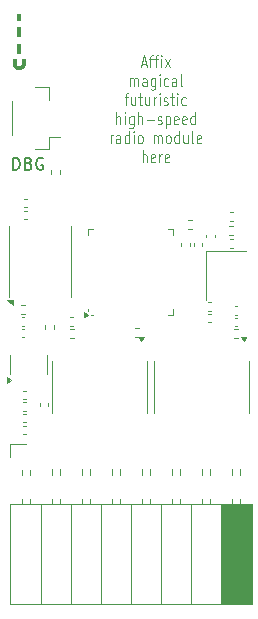
<source format=gbr>
%TF.GenerationSoftware,KiCad,Pcbnew,9.0.2+1*%
%TF.CreationDate,2025-07-26T18:39:14+01:00*%
%TF.ProjectId,ORGNET,4f52474e-4554-42e6-9b69-6361645f7063,1*%
%TF.SameCoordinates,Original*%
%TF.FileFunction,Legend,Top*%
%TF.FilePolarity,Positive*%
%FSLAX46Y46*%
G04 Gerber Fmt 4.6, Leading zero omitted, Abs format (unit mm)*
G04 Created by KiCad (PCBNEW 9.0.2+1) date 2025-07-26 18:39:14*
%MOMM*%
%LPD*%
G01*
G04 APERTURE LIST*
%ADD10C,0.000000*%
%ADD11C,0.200000*%
%ADD12C,0.100000*%
%ADD13C,0.120000*%
G04 APERTURE END LIST*
D10*
G36*
X143361353Y-77068882D02*
G01*
X143034883Y-77068882D01*
X143034883Y-76197984D01*
X143361353Y-76197984D01*
X143361353Y-77068882D01*
G37*
G36*
X142966614Y-77888120D02*
G01*
X142966921Y-77900202D01*
X142967832Y-77912128D01*
X142969332Y-77923881D01*
X142971406Y-77935449D01*
X142974040Y-77946814D01*
X142977218Y-77957964D01*
X142980926Y-77968882D01*
X142985148Y-77979554D01*
X142989871Y-77989965D01*
X142995079Y-78000100D01*
X143000756Y-78009945D01*
X143006889Y-78019484D01*
X143013463Y-78028703D01*
X143020462Y-78037586D01*
X143027872Y-78046120D01*
X143035678Y-78054288D01*
X143043865Y-78062076D01*
X143052417Y-78069470D01*
X143061322Y-78076454D01*
X143070562Y-78083014D01*
X143080124Y-78089134D01*
X143089993Y-78094800D01*
X143100154Y-78099997D01*
X143110591Y-78104710D01*
X143121291Y-78108924D01*
X143132238Y-78112625D01*
X143143417Y-78115797D01*
X143154814Y-78118425D01*
X143166413Y-78120496D01*
X143178200Y-78121993D01*
X143190160Y-78122902D01*
X143202278Y-78123209D01*
X143214347Y-78122902D01*
X143226197Y-78121993D01*
X143237819Y-78120496D01*
X143249200Y-78118425D01*
X143260331Y-78115797D01*
X143271200Y-78112625D01*
X143281797Y-78108924D01*
X143292111Y-78104710D01*
X143302131Y-78099997D01*
X143311846Y-78094800D01*
X143321246Y-78089134D01*
X143330320Y-78083014D01*
X143339056Y-78076454D01*
X143347444Y-78069470D01*
X143355473Y-78062076D01*
X143363133Y-78054288D01*
X143370412Y-78046120D01*
X143377300Y-78037586D01*
X143383786Y-78028703D01*
X143389859Y-78019484D01*
X143395509Y-78009945D01*
X143400724Y-78000100D01*
X143405493Y-77989965D01*
X143409807Y-77979554D01*
X143413653Y-77968882D01*
X143417022Y-77957964D01*
X143419902Y-77946814D01*
X143422282Y-77935449D01*
X143424153Y-77923881D01*
X143425502Y-77912128D01*
X143426320Y-77900202D01*
X143426595Y-77888120D01*
X143427890Y-77517984D01*
X143753588Y-77517984D01*
X143750896Y-77887735D01*
X143750951Y-77887735D01*
X143750251Y-77916398D01*
X143748171Y-77944687D01*
X143744743Y-77972566D01*
X143740000Y-78000000D01*
X143733973Y-78026955D01*
X143726694Y-78053395D01*
X143718195Y-78079285D01*
X143708507Y-78104589D01*
X143697663Y-78129274D01*
X143685694Y-78153303D01*
X143672632Y-78176642D01*
X143658510Y-78199255D01*
X143643358Y-78221107D01*
X143627208Y-78242163D01*
X143610094Y-78262389D01*
X143592045Y-78281748D01*
X143573095Y-78300206D01*
X143553275Y-78317728D01*
X143532617Y-78334279D01*
X143511153Y-78349823D01*
X143488914Y-78364325D01*
X143465933Y-78377750D01*
X143442240Y-78390064D01*
X143417869Y-78401230D01*
X143392851Y-78411214D01*
X143367218Y-78419981D01*
X143341002Y-78427496D01*
X143314234Y-78433723D01*
X143286946Y-78438627D01*
X143259170Y-78442174D01*
X143230939Y-78444327D01*
X143202283Y-78445053D01*
X143173562Y-78444327D01*
X143145210Y-78442172D01*
X143117261Y-78438622D01*
X143089752Y-78433715D01*
X143062718Y-78427484D01*
X143036194Y-78419964D01*
X143010217Y-78411192D01*
X142984823Y-78401203D01*
X142960045Y-78390030D01*
X142935922Y-78377711D01*
X142912487Y-78364279D01*
X142889777Y-78349771D01*
X142867827Y-78334221D01*
X142846673Y-78317665D01*
X142826351Y-78300138D01*
X142806896Y-78281675D01*
X142788344Y-78262311D01*
X142770730Y-78242082D01*
X142754091Y-78221023D01*
X142738461Y-78199169D01*
X142723877Y-78176555D01*
X142710374Y-78153216D01*
X142697988Y-78129189D01*
X142686755Y-78104507D01*
X142676709Y-78079207D01*
X142667887Y-78053322D01*
X142660325Y-78026890D01*
X142654058Y-77999944D01*
X142649121Y-77972521D01*
X142645551Y-77944655D01*
X142643382Y-77916381D01*
X142642652Y-77887735D01*
X142643227Y-77517984D01*
X142969118Y-77517984D01*
X142966614Y-77888120D01*
G37*
G36*
X143361353Y-75668882D02*
G01*
X143034883Y-75668882D01*
X143034883Y-74797983D01*
X143361353Y-74797983D01*
X143361353Y-75668882D01*
G37*
G36*
X143361353Y-74268882D02*
G01*
X143034883Y-74268882D01*
X143034883Y-73710000D01*
X143361353Y-73710000D01*
X143361353Y-74268882D01*
G37*
D11*
X142659673Y-86867219D02*
X142659673Y-85867219D01*
X142659673Y-85867219D02*
X142897768Y-85867219D01*
X142897768Y-85867219D02*
X143040625Y-85914838D01*
X143040625Y-85914838D02*
X143135863Y-86010076D01*
X143135863Y-86010076D02*
X143183482Y-86105314D01*
X143183482Y-86105314D02*
X143231101Y-86295790D01*
X143231101Y-86295790D02*
X143231101Y-86438647D01*
X143231101Y-86438647D02*
X143183482Y-86629123D01*
X143183482Y-86629123D02*
X143135863Y-86724361D01*
X143135863Y-86724361D02*
X143040625Y-86819600D01*
X143040625Y-86819600D02*
X142897768Y-86867219D01*
X142897768Y-86867219D02*
X142659673Y-86867219D01*
X143993006Y-86343409D02*
X144135863Y-86391028D01*
X144135863Y-86391028D02*
X144183482Y-86438647D01*
X144183482Y-86438647D02*
X144231101Y-86533885D01*
X144231101Y-86533885D02*
X144231101Y-86676742D01*
X144231101Y-86676742D02*
X144183482Y-86771980D01*
X144183482Y-86771980D02*
X144135863Y-86819600D01*
X144135863Y-86819600D02*
X144040625Y-86867219D01*
X144040625Y-86867219D02*
X143659673Y-86867219D01*
X143659673Y-86867219D02*
X143659673Y-85867219D01*
X143659673Y-85867219D02*
X143993006Y-85867219D01*
X143993006Y-85867219D02*
X144088244Y-85914838D01*
X144088244Y-85914838D02*
X144135863Y-85962457D01*
X144135863Y-85962457D02*
X144183482Y-86057695D01*
X144183482Y-86057695D02*
X144183482Y-86152933D01*
X144183482Y-86152933D02*
X144135863Y-86248171D01*
X144135863Y-86248171D02*
X144088244Y-86295790D01*
X144088244Y-86295790D02*
X143993006Y-86343409D01*
X143993006Y-86343409D02*
X143659673Y-86343409D01*
X145183482Y-85914838D02*
X145088244Y-85867219D01*
X145088244Y-85867219D02*
X144945387Y-85867219D01*
X144945387Y-85867219D02*
X144802530Y-85914838D01*
X144802530Y-85914838D02*
X144707292Y-86010076D01*
X144707292Y-86010076D02*
X144659673Y-86105314D01*
X144659673Y-86105314D02*
X144612054Y-86295790D01*
X144612054Y-86295790D02*
X144612054Y-86438647D01*
X144612054Y-86438647D02*
X144659673Y-86629123D01*
X144659673Y-86629123D02*
X144707292Y-86724361D01*
X144707292Y-86724361D02*
X144802530Y-86819600D01*
X144802530Y-86819600D02*
X144945387Y-86867219D01*
X144945387Y-86867219D02*
X145040625Y-86867219D01*
X145040625Y-86867219D02*
X145183482Y-86819600D01*
X145183482Y-86819600D02*
X145231101Y-86771980D01*
X145231101Y-86771980D02*
X145231101Y-86438647D01*
X145231101Y-86438647D02*
X145040625Y-86438647D01*
D12*
X153578095Y-77896844D02*
X153959048Y-77896844D01*
X153501905Y-78182559D02*
X153768572Y-77182559D01*
X153768572Y-77182559D02*
X154035238Y-78182559D01*
X154187619Y-77515892D02*
X154492381Y-77515892D01*
X154301905Y-78182559D02*
X154301905Y-77325416D01*
X154301905Y-77325416D02*
X154340000Y-77230178D01*
X154340000Y-77230178D02*
X154416190Y-77182559D01*
X154416190Y-77182559D02*
X154492381Y-77182559D01*
X154644762Y-77515892D02*
X154949524Y-77515892D01*
X154759048Y-78182559D02*
X154759048Y-77325416D01*
X154759048Y-77325416D02*
X154797143Y-77230178D01*
X154797143Y-77230178D02*
X154873333Y-77182559D01*
X154873333Y-77182559D02*
X154949524Y-77182559D01*
X155216191Y-78182559D02*
X155216191Y-77515892D01*
X155216191Y-77182559D02*
X155178095Y-77230178D01*
X155178095Y-77230178D02*
X155216191Y-77277797D01*
X155216191Y-77277797D02*
X155254286Y-77230178D01*
X155254286Y-77230178D02*
X155216191Y-77182559D01*
X155216191Y-77182559D02*
X155216191Y-77277797D01*
X155520952Y-78182559D02*
X155940000Y-77515892D01*
X155520952Y-77515892D02*
X155940000Y-78182559D01*
X152568571Y-79792503D02*
X152568571Y-79125836D01*
X152568571Y-79221074D02*
X152606666Y-79173455D01*
X152606666Y-79173455D02*
X152682856Y-79125836D01*
X152682856Y-79125836D02*
X152797142Y-79125836D01*
X152797142Y-79125836D02*
X152873333Y-79173455D01*
X152873333Y-79173455D02*
X152911428Y-79268693D01*
X152911428Y-79268693D02*
X152911428Y-79792503D01*
X152911428Y-79268693D02*
X152949523Y-79173455D01*
X152949523Y-79173455D02*
X153025714Y-79125836D01*
X153025714Y-79125836D02*
X153139999Y-79125836D01*
X153139999Y-79125836D02*
X153216190Y-79173455D01*
X153216190Y-79173455D02*
X153254285Y-79268693D01*
X153254285Y-79268693D02*
X153254285Y-79792503D01*
X153978095Y-79792503D02*
X153978095Y-79268693D01*
X153978095Y-79268693D02*
X153940000Y-79173455D01*
X153940000Y-79173455D02*
X153863809Y-79125836D01*
X153863809Y-79125836D02*
X153711428Y-79125836D01*
X153711428Y-79125836D02*
X153635238Y-79173455D01*
X153978095Y-79744884D02*
X153901904Y-79792503D01*
X153901904Y-79792503D02*
X153711428Y-79792503D01*
X153711428Y-79792503D02*
X153635238Y-79744884D01*
X153635238Y-79744884D02*
X153597142Y-79649645D01*
X153597142Y-79649645D02*
X153597142Y-79554407D01*
X153597142Y-79554407D02*
X153635238Y-79459169D01*
X153635238Y-79459169D02*
X153711428Y-79411550D01*
X153711428Y-79411550D02*
X153901904Y-79411550D01*
X153901904Y-79411550D02*
X153978095Y-79363931D01*
X154701905Y-79125836D02*
X154701905Y-79935360D01*
X154701905Y-79935360D02*
X154663810Y-80030598D01*
X154663810Y-80030598D02*
X154625714Y-80078217D01*
X154625714Y-80078217D02*
X154549524Y-80125836D01*
X154549524Y-80125836D02*
X154435238Y-80125836D01*
X154435238Y-80125836D02*
X154359048Y-80078217D01*
X154701905Y-79744884D02*
X154625714Y-79792503D01*
X154625714Y-79792503D02*
X154473333Y-79792503D01*
X154473333Y-79792503D02*
X154397143Y-79744884D01*
X154397143Y-79744884D02*
X154359048Y-79697264D01*
X154359048Y-79697264D02*
X154320952Y-79602026D01*
X154320952Y-79602026D02*
X154320952Y-79316312D01*
X154320952Y-79316312D02*
X154359048Y-79221074D01*
X154359048Y-79221074D02*
X154397143Y-79173455D01*
X154397143Y-79173455D02*
X154473333Y-79125836D01*
X154473333Y-79125836D02*
X154625714Y-79125836D01*
X154625714Y-79125836D02*
X154701905Y-79173455D01*
X155082858Y-79792503D02*
X155082858Y-79125836D01*
X155082858Y-78792503D02*
X155044762Y-78840122D01*
X155044762Y-78840122D02*
X155082858Y-78887741D01*
X155082858Y-78887741D02*
X155120953Y-78840122D01*
X155120953Y-78840122D02*
X155082858Y-78792503D01*
X155082858Y-78792503D02*
X155082858Y-78887741D01*
X155806667Y-79744884D02*
X155730476Y-79792503D01*
X155730476Y-79792503D02*
X155578095Y-79792503D01*
X155578095Y-79792503D02*
X155501905Y-79744884D01*
X155501905Y-79744884D02*
X155463810Y-79697264D01*
X155463810Y-79697264D02*
X155425714Y-79602026D01*
X155425714Y-79602026D02*
X155425714Y-79316312D01*
X155425714Y-79316312D02*
X155463810Y-79221074D01*
X155463810Y-79221074D02*
X155501905Y-79173455D01*
X155501905Y-79173455D02*
X155578095Y-79125836D01*
X155578095Y-79125836D02*
X155730476Y-79125836D01*
X155730476Y-79125836D02*
X155806667Y-79173455D01*
X156492381Y-79792503D02*
X156492381Y-79268693D01*
X156492381Y-79268693D02*
X156454286Y-79173455D01*
X156454286Y-79173455D02*
X156378095Y-79125836D01*
X156378095Y-79125836D02*
X156225714Y-79125836D01*
X156225714Y-79125836D02*
X156149524Y-79173455D01*
X156492381Y-79744884D02*
X156416190Y-79792503D01*
X156416190Y-79792503D02*
X156225714Y-79792503D01*
X156225714Y-79792503D02*
X156149524Y-79744884D01*
X156149524Y-79744884D02*
X156111428Y-79649645D01*
X156111428Y-79649645D02*
X156111428Y-79554407D01*
X156111428Y-79554407D02*
X156149524Y-79459169D01*
X156149524Y-79459169D02*
X156225714Y-79411550D01*
X156225714Y-79411550D02*
X156416190Y-79411550D01*
X156416190Y-79411550D02*
X156492381Y-79363931D01*
X156987619Y-79792503D02*
X156911429Y-79744884D01*
X156911429Y-79744884D02*
X156873334Y-79649645D01*
X156873334Y-79649645D02*
X156873334Y-78792503D01*
X152111428Y-80735780D02*
X152416190Y-80735780D01*
X152225714Y-81402447D02*
X152225714Y-80545304D01*
X152225714Y-80545304D02*
X152263809Y-80450066D01*
X152263809Y-80450066D02*
X152339999Y-80402447D01*
X152339999Y-80402447D02*
X152416190Y-80402447D01*
X153025714Y-80735780D02*
X153025714Y-81402447D01*
X152682857Y-80735780D02*
X152682857Y-81259589D01*
X152682857Y-81259589D02*
X152720952Y-81354828D01*
X152720952Y-81354828D02*
X152797142Y-81402447D01*
X152797142Y-81402447D02*
X152911428Y-81402447D01*
X152911428Y-81402447D02*
X152987619Y-81354828D01*
X152987619Y-81354828D02*
X153025714Y-81307208D01*
X153292381Y-80735780D02*
X153597143Y-80735780D01*
X153406667Y-80402447D02*
X153406667Y-81259589D01*
X153406667Y-81259589D02*
X153444762Y-81354828D01*
X153444762Y-81354828D02*
X153520952Y-81402447D01*
X153520952Y-81402447D02*
X153597143Y-81402447D01*
X154206667Y-80735780D02*
X154206667Y-81402447D01*
X153863810Y-80735780D02*
X153863810Y-81259589D01*
X153863810Y-81259589D02*
X153901905Y-81354828D01*
X153901905Y-81354828D02*
X153978095Y-81402447D01*
X153978095Y-81402447D02*
X154092381Y-81402447D01*
X154092381Y-81402447D02*
X154168572Y-81354828D01*
X154168572Y-81354828D02*
X154206667Y-81307208D01*
X154587620Y-81402447D02*
X154587620Y-80735780D01*
X154587620Y-80926256D02*
X154625715Y-80831018D01*
X154625715Y-80831018D02*
X154663810Y-80783399D01*
X154663810Y-80783399D02*
X154740001Y-80735780D01*
X154740001Y-80735780D02*
X154816191Y-80735780D01*
X155082858Y-81402447D02*
X155082858Y-80735780D01*
X155082858Y-80402447D02*
X155044762Y-80450066D01*
X155044762Y-80450066D02*
X155082858Y-80497685D01*
X155082858Y-80497685D02*
X155120953Y-80450066D01*
X155120953Y-80450066D02*
X155082858Y-80402447D01*
X155082858Y-80402447D02*
X155082858Y-80497685D01*
X155425714Y-81354828D02*
X155501905Y-81402447D01*
X155501905Y-81402447D02*
X155654286Y-81402447D01*
X155654286Y-81402447D02*
X155730476Y-81354828D01*
X155730476Y-81354828D02*
X155768572Y-81259589D01*
X155768572Y-81259589D02*
X155768572Y-81211970D01*
X155768572Y-81211970D02*
X155730476Y-81116732D01*
X155730476Y-81116732D02*
X155654286Y-81069113D01*
X155654286Y-81069113D02*
X155540000Y-81069113D01*
X155540000Y-81069113D02*
X155463810Y-81021494D01*
X155463810Y-81021494D02*
X155425714Y-80926256D01*
X155425714Y-80926256D02*
X155425714Y-80878637D01*
X155425714Y-80878637D02*
X155463810Y-80783399D01*
X155463810Y-80783399D02*
X155540000Y-80735780D01*
X155540000Y-80735780D02*
X155654286Y-80735780D01*
X155654286Y-80735780D02*
X155730476Y-80783399D01*
X155997143Y-80735780D02*
X156301905Y-80735780D01*
X156111429Y-80402447D02*
X156111429Y-81259589D01*
X156111429Y-81259589D02*
X156149524Y-81354828D01*
X156149524Y-81354828D02*
X156225714Y-81402447D01*
X156225714Y-81402447D02*
X156301905Y-81402447D01*
X156568572Y-81402447D02*
X156568572Y-80735780D01*
X156568572Y-80402447D02*
X156530476Y-80450066D01*
X156530476Y-80450066D02*
X156568572Y-80497685D01*
X156568572Y-80497685D02*
X156606667Y-80450066D01*
X156606667Y-80450066D02*
X156568572Y-80402447D01*
X156568572Y-80402447D02*
X156568572Y-80497685D01*
X157292381Y-81354828D02*
X157216190Y-81402447D01*
X157216190Y-81402447D02*
X157063809Y-81402447D01*
X157063809Y-81402447D02*
X156987619Y-81354828D01*
X156987619Y-81354828D02*
X156949524Y-81307208D01*
X156949524Y-81307208D02*
X156911428Y-81211970D01*
X156911428Y-81211970D02*
X156911428Y-80926256D01*
X156911428Y-80926256D02*
X156949524Y-80831018D01*
X156949524Y-80831018D02*
X156987619Y-80783399D01*
X156987619Y-80783399D02*
X157063809Y-80735780D01*
X157063809Y-80735780D02*
X157216190Y-80735780D01*
X157216190Y-80735780D02*
X157292381Y-80783399D01*
X151425714Y-83012391D02*
X151425714Y-82012391D01*
X151768571Y-83012391D02*
X151768571Y-82488581D01*
X151768571Y-82488581D02*
X151730476Y-82393343D01*
X151730476Y-82393343D02*
X151654285Y-82345724D01*
X151654285Y-82345724D02*
X151539999Y-82345724D01*
X151539999Y-82345724D02*
X151463809Y-82393343D01*
X151463809Y-82393343D02*
X151425714Y-82440962D01*
X152149524Y-83012391D02*
X152149524Y-82345724D01*
X152149524Y-82012391D02*
X152111428Y-82060010D01*
X152111428Y-82060010D02*
X152149524Y-82107629D01*
X152149524Y-82107629D02*
X152187619Y-82060010D01*
X152187619Y-82060010D02*
X152149524Y-82012391D01*
X152149524Y-82012391D02*
X152149524Y-82107629D01*
X152873333Y-82345724D02*
X152873333Y-83155248D01*
X152873333Y-83155248D02*
X152835238Y-83250486D01*
X152835238Y-83250486D02*
X152797142Y-83298105D01*
X152797142Y-83298105D02*
X152720952Y-83345724D01*
X152720952Y-83345724D02*
X152606666Y-83345724D01*
X152606666Y-83345724D02*
X152530476Y-83298105D01*
X152873333Y-82964772D02*
X152797142Y-83012391D01*
X152797142Y-83012391D02*
X152644761Y-83012391D01*
X152644761Y-83012391D02*
X152568571Y-82964772D01*
X152568571Y-82964772D02*
X152530476Y-82917152D01*
X152530476Y-82917152D02*
X152492380Y-82821914D01*
X152492380Y-82821914D02*
X152492380Y-82536200D01*
X152492380Y-82536200D02*
X152530476Y-82440962D01*
X152530476Y-82440962D02*
X152568571Y-82393343D01*
X152568571Y-82393343D02*
X152644761Y-82345724D01*
X152644761Y-82345724D02*
X152797142Y-82345724D01*
X152797142Y-82345724D02*
X152873333Y-82393343D01*
X153254286Y-83012391D02*
X153254286Y-82012391D01*
X153597143Y-83012391D02*
X153597143Y-82488581D01*
X153597143Y-82488581D02*
X153559048Y-82393343D01*
X153559048Y-82393343D02*
X153482857Y-82345724D01*
X153482857Y-82345724D02*
X153368571Y-82345724D01*
X153368571Y-82345724D02*
X153292381Y-82393343D01*
X153292381Y-82393343D02*
X153254286Y-82440962D01*
X153978096Y-82631438D02*
X154587620Y-82631438D01*
X154930476Y-82964772D02*
X155006667Y-83012391D01*
X155006667Y-83012391D02*
X155159048Y-83012391D01*
X155159048Y-83012391D02*
X155235238Y-82964772D01*
X155235238Y-82964772D02*
X155273334Y-82869533D01*
X155273334Y-82869533D02*
X155273334Y-82821914D01*
X155273334Y-82821914D02*
X155235238Y-82726676D01*
X155235238Y-82726676D02*
X155159048Y-82679057D01*
X155159048Y-82679057D02*
X155044762Y-82679057D01*
X155044762Y-82679057D02*
X154968572Y-82631438D01*
X154968572Y-82631438D02*
X154930476Y-82536200D01*
X154930476Y-82536200D02*
X154930476Y-82488581D01*
X154930476Y-82488581D02*
X154968572Y-82393343D01*
X154968572Y-82393343D02*
X155044762Y-82345724D01*
X155044762Y-82345724D02*
X155159048Y-82345724D01*
X155159048Y-82345724D02*
X155235238Y-82393343D01*
X155616191Y-82345724D02*
X155616191Y-83345724D01*
X155616191Y-82393343D02*
X155692381Y-82345724D01*
X155692381Y-82345724D02*
X155844762Y-82345724D01*
X155844762Y-82345724D02*
X155920953Y-82393343D01*
X155920953Y-82393343D02*
X155959048Y-82440962D01*
X155959048Y-82440962D02*
X155997143Y-82536200D01*
X155997143Y-82536200D02*
X155997143Y-82821914D01*
X155997143Y-82821914D02*
X155959048Y-82917152D01*
X155959048Y-82917152D02*
X155920953Y-82964772D01*
X155920953Y-82964772D02*
X155844762Y-83012391D01*
X155844762Y-83012391D02*
X155692381Y-83012391D01*
X155692381Y-83012391D02*
X155616191Y-82964772D01*
X156644763Y-82964772D02*
X156568572Y-83012391D01*
X156568572Y-83012391D02*
X156416191Y-83012391D01*
X156416191Y-83012391D02*
X156340001Y-82964772D01*
X156340001Y-82964772D02*
X156301905Y-82869533D01*
X156301905Y-82869533D02*
X156301905Y-82488581D01*
X156301905Y-82488581D02*
X156340001Y-82393343D01*
X156340001Y-82393343D02*
X156416191Y-82345724D01*
X156416191Y-82345724D02*
X156568572Y-82345724D01*
X156568572Y-82345724D02*
X156644763Y-82393343D01*
X156644763Y-82393343D02*
X156682858Y-82488581D01*
X156682858Y-82488581D02*
X156682858Y-82583819D01*
X156682858Y-82583819D02*
X156301905Y-82679057D01*
X157330477Y-82964772D02*
X157254286Y-83012391D01*
X157254286Y-83012391D02*
X157101905Y-83012391D01*
X157101905Y-83012391D02*
X157025715Y-82964772D01*
X157025715Y-82964772D02*
X156987619Y-82869533D01*
X156987619Y-82869533D02*
X156987619Y-82488581D01*
X156987619Y-82488581D02*
X157025715Y-82393343D01*
X157025715Y-82393343D02*
X157101905Y-82345724D01*
X157101905Y-82345724D02*
X157254286Y-82345724D01*
X157254286Y-82345724D02*
X157330477Y-82393343D01*
X157330477Y-82393343D02*
X157368572Y-82488581D01*
X157368572Y-82488581D02*
X157368572Y-82583819D01*
X157368572Y-82583819D02*
X156987619Y-82679057D01*
X158054286Y-83012391D02*
X158054286Y-82012391D01*
X158054286Y-82964772D02*
X157978095Y-83012391D01*
X157978095Y-83012391D02*
X157825714Y-83012391D01*
X157825714Y-83012391D02*
X157749524Y-82964772D01*
X157749524Y-82964772D02*
X157711429Y-82917152D01*
X157711429Y-82917152D02*
X157673333Y-82821914D01*
X157673333Y-82821914D02*
X157673333Y-82536200D01*
X157673333Y-82536200D02*
X157711429Y-82440962D01*
X157711429Y-82440962D02*
X157749524Y-82393343D01*
X157749524Y-82393343D02*
X157825714Y-82345724D01*
X157825714Y-82345724D02*
X157978095Y-82345724D01*
X157978095Y-82345724D02*
X158054286Y-82393343D01*
X150930475Y-84622335D02*
X150930475Y-83955668D01*
X150930475Y-84146144D02*
X150968570Y-84050906D01*
X150968570Y-84050906D02*
X151006665Y-84003287D01*
X151006665Y-84003287D02*
X151082856Y-83955668D01*
X151082856Y-83955668D02*
X151159046Y-83955668D01*
X151768570Y-84622335D02*
X151768570Y-84098525D01*
X151768570Y-84098525D02*
X151730475Y-84003287D01*
X151730475Y-84003287D02*
X151654284Y-83955668D01*
X151654284Y-83955668D02*
X151501903Y-83955668D01*
X151501903Y-83955668D02*
X151425713Y-84003287D01*
X151768570Y-84574716D02*
X151692379Y-84622335D01*
X151692379Y-84622335D02*
X151501903Y-84622335D01*
X151501903Y-84622335D02*
X151425713Y-84574716D01*
X151425713Y-84574716D02*
X151387617Y-84479477D01*
X151387617Y-84479477D02*
X151387617Y-84384239D01*
X151387617Y-84384239D02*
X151425713Y-84289001D01*
X151425713Y-84289001D02*
X151501903Y-84241382D01*
X151501903Y-84241382D02*
X151692379Y-84241382D01*
X151692379Y-84241382D02*
X151768570Y-84193763D01*
X152492380Y-84622335D02*
X152492380Y-83622335D01*
X152492380Y-84574716D02*
X152416189Y-84622335D01*
X152416189Y-84622335D02*
X152263808Y-84622335D01*
X152263808Y-84622335D02*
X152187618Y-84574716D01*
X152187618Y-84574716D02*
X152149523Y-84527096D01*
X152149523Y-84527096D02*
X152111427Y-84431858D01*
X152111427Y-84431858D02*
X152111427Y-84146144D01*
X152111427Y-84146144D02*
X152149523Y-84050906D01*
X152149523Y-84050906D02*
X152187618Y-84003287D01*
X152187618Y-84003287D02*
X152263808Y-83955668D01*
X152263808Y-83955668D02*
X152416189Y-83955668D01*
X152416189Y-83955668D02*
X152492380Y-84003287D01*
X152873333Y-84622335D02*
X152873333Y-83955668D01*
X152873333Y-83622335D02*
X152835237Y-83669954D01*
X152835237Y-83669954D02*
X152873333Y-83717573D01*
X152873333Y-83717573D02*
X152911428Y-83669954D01*
X152911428Y-83669954D02*
X152873333Y-83622335D01*
X152873333Y-83622335D02*
X152873333Y-83717573D01*
X153368570Y-84622335D02*
X153292380Y-84574716D01*
X153292380Y-84574716D02*
X153254285Y-84527096D01*
X153254285Y-84527096D02*
X153216189Y-84431858D01*
X153216189Y-84431858D02*
X153216189Y-84146144D01*
X153216189Y-84146144D02*
X153254285Y-84050906D01*
X153254285Y-84050906D02*
X153292380Y-84003287D01*
X153292380Y-84003287D02*
X153368570Y-83955668D01*
X153368570Y-83955668D02*
X153482856Y-83955668D01*
X153482856Y-83955668D02*
X153559047Y-84003287D01*
X153559047Y-84003287D02*
X153597142Y-84050906D01*
X153597142Y-84050906D02*
X153635237Y-84146144D01*
X153635237Y-84146144D02*
X153635237Y-84431858D01*
X153635237Y-84431858D02*
X153597142Y-84527096D01*
X153597142Y-84527096D02*
X153559047Y-84574716D01*
X153559047Y-84574716D02*
X153482856Y-84622335D01*
X153482856Y-84622335D02*
X153368570Y-84622335D01*
X154587619Y-84622335D02*
X154587619Y-83955668D01*
X154587619Y-84050906D02*
X154625714Y-84003287D01*
X154625714Y-84003287D02*
X154701904Y-83955668D01*
X154701904Y-83955668D02*
X154816190Y-83955668D01*
X154816190Y-83955668D02*
X154892381Y-84003287D01*
X154892381Y-84003287D02*
X154930476Y-84098525D01*
X154930476Y-84098525D02*
X154930476Y-84622335D01*
X154930476Y-84098525D02*
X154968571Y-84003287D01*
X154968571Y-84003287D02*
X155044762Y-83955668D01*
X155044762Y-83955668D02*
X155159047Y-83955668D01*
X155159047Y-83955668D02*
X155235238Y-84003287D01*
X155235238Y-84003287D02*
X155273333Y-84098525D01*
X155273333Y-84098525D02*
X155273333Y-84622335D01*
X155768571Y-84622335D02*
X155692381Y-84574716D01*
X155692381Y-84574716D02*
X155654286Y-84527096D01*
X155654286Y-84527096D02*
X155616190Y-84431858D01*
X155616190Y-84431858D02*
X155616190Y-84146144D01*
X155616190Y-84146144D02*
X155654286Y-84050906D01*
X155654286Y-84050906D02*
X155692381Y-84003287D01*
X155692381Y-84003287D02*
X155768571Y-83955668D01*
X155768571Y-83955668D02*
X155882857Y-83955668D01*
X155882857Y-83955668D02*
X155959048Y-84003287D01*
X155959048Y-84003287D02*
X155997143Y-84050906D01*
X155997143Y-84050906D02*
X156035238Y-84146144D01*
X156035238Y-84146144D02*
X156035238Y-84431858D01*
X156035238Y-84431858D02*
X155997143Y-84527096D01*
X155997143Y-84527096D02*
X155959048Y-84574716D01*
X155959048Y-84574716D02*
X155882857Y-84622335D01*
X155882857Y-84622335D02*
X155768571Y-84622335D01*
X156720953Y-84622335D02*
X156720953Y-83622335D01*
X156720953Y-84574716D02*
X156644762Y-84622335D01*
X156644762Y-84622335D02*
X156492381Y-84622335D01*
X156492381Y-84622335D02*
X156416191Y-84574716D01*
X156416191Y-84574716D02*
X156378096Y-84527096D01*
X156378096Y-84527096D02*
X156340000Y-84431858D01*
X156340000Y-84431858D02*
X156340000Y-84146144D01*
X156340000Y-84146144D02*
X156378096Y-84050906D01*
X156378096Y-84050906D02*
X156416191Y-84003287D01*
X156416191Y-84003287D02*
X156492381Y-83955668D01*
X156492381Y-83955668D02*
X156644762Y-83955668D01*
X156644762Y-83955668D02*
X156720953Y-84003287D01*
X157444763Y-83955668D02*
X157444763Y-84622335D01*
X157101906Y-83955668D02*
X157101906Y-84479477D01*
X157101906Y-84479477D02*
X157140001Y-84574716D01*
X157140001Y-84574716D02*
X157216191Y-84622335D01*
X157216191Y-84622335D02*
X157330477Y-84622335D01*
X157330477Y-84622335D02*
X157406668Y-84574716D01*
X157406668Y-84574716D02*
X157444763Y-84527096D01*
X157940001Y-84622335D02*
X157863811Y-84574716D01*
X157863811Y-84574716D02*
X157825716Y-84479477D01*
X157825716Y-84479477D02*
X157825716Y-83622335D01*
X158549526Y-84574716D02*
X158473335Y-84622335D01*
X158473335Y-84622335D02*
X158320954Y-84622335D01*
X158320954Y-84622335D02*
X158244764Y-84574716D01*
X158244764Y-84574716D02*
X158206668Y-84479477D01*
X158206668Y-84479477D02*
X158206668Y-84098525D01*
X158206668Y-84098525D02*
X158244764Y-84003287D01*
X158244764Y-84003287D02*
X158320954Y-83955668D01*
X158320954Y-83955668D02*
X158473335Y-83955668D01*
X158473335Y-83955668D02*
X158549526Y-84003287D01*
X158549526Y-84003287D02*
X158587621Y-84098525D01*
X158587621Y-84098525D02*
X158587621Y-84193763D01*
X158587621Y-84193763D02*
X158206668Y-84289001D01*
X153635238Y-86232279D02*
X153635238Y-85232279D01*
X153978095Y-86232279D02*
X153978095Y-85708469D01*
X153978095Y-85708469D02*
X153940000Y-85613231D01*
X153940000Y-85613231D02*
X153863809Y-85565612D01*
X153863809Y-85565612D02*
X153749523Y-85565612D01*
X153749523Y-85565612D02*
X153673333Y-85613231D01*
X153673333Y-85613231D02*
X153635238Y-85660850D01*
X154663810Y-86184660D02*
X154587619Y-86232279D01*
X154587619Y-86232279D02*
X154435238Y-86232279D01*
X154435238Y-86232279D02*
X154359048Y-86184660D01*
X154359048Y-86184660D02*
X154320952Y-86089421D01*
X154320952Y-86089421D02*
X154320952Y-85708469D01*
X154320952Y-85708469D02*
X154359048Y-85613231D01*
X154359048Y-85613231D02*
X154435238Y-85565612D01*
X154435238Y-85565612D02*
X154587619Y-85565612D01*
X154587619Y-85565612D02*
X154663810Y-85613231D01*
X154663810Y-85613231D02*
X154701905Y-85708469D01*
X154701905Y-85708469D02*
X154701905Y-85803707D01*
X154701905Y-85803707D02*
X154320952Y-85898945D01*
X155044762Y-86232279D02*
X155044762Y-85565612D01*
X155044762Y-85756088D02*
X155082857Y-85660850D01*
X155082857Y-85660850D02*
X155120952Y-85613231D01*
X155120952Y-85613231D02*
X155197143Y-85565612D01*
X155197143Y-85565612D02*
X155273333Y-85565612D01*
X155844762Y-86184660D02*
X155768571Y-86232279D01*
X155768571Y-86232279D02*
X155616190Y-86232279D01*
X155616190Y-86232279D02*
X155540000Y-86184660D01*
X155540000Y-86184660D02*
X155501904Y-86089421D01*
X155501904Y-86089421D02*
X155501904Y-85708469D01*
X155501904Y-85708469D02*
X155540000Y-85613231D01*
X155540000Y-85613231D02*
X155616190Y-85565612D01*
X155616190Y-85565612D02*
X155768571Y-85565612D01*
X155768571Y-85565612D02*
X155844762Y-85613231D01*
X155844762Y-85613231D02*
X155882857Y-85708469D01*
X155882857Y-85708469D02*
X155882857Y-85803707D01*
X155882857Y-85803707D02*
X155501904Y-85898945D01*
D13*
%TO.C,C19*%
X161026665Y-93460000D02*
X161258335Y-93460000D01*
X161026665Y-92740000D02*
X161258335Y-92740000D01*
%TO.C,R2*%
X153355121Y-101070000D02*
X153019879Y-101070000D01*
X153355121Y-100310000D02*
X153019879Y-100310000D01*
%TO.C,R6*%
X146170000Y-100032379D02*
X146170000Y-100367621D01*
X145410000Y-100032379D02*
X145410000Y-100367621D01*
%TO.C,J3*%
X145675000Y-85110000D02*
X145675000Y-84060000D01*
X145675000Y-84060000D02*
X146665000Y-84060000D01*
X145675000Y-79890000D02*
X145675000Y-80940000D01*
X144525000Y-85110000D02*
X145675000Y-85110000D01*
X144525000Y-79890000D02*
X145675000Y-79890000D01*
X142555000Y-83940000D02*
X142555000Y-81060000D01*
%TO.C,U4*%
X149000000Y-99140000D02*
X148670000Y-99380000D01*
X148670000Y-98900000D01*
X149000000Y-99140000D01*
G36*
X149000000Y-99140000D02*
G01*
X148670000Y-99380000D01*
X148670000Y-98900000D01*
X149000000Y-99140000D01*
G37*
X156220000Y-99140000D02*
X155770000Y-99140000D01*
X156220000Y-98690000D02*
X156220000Y-99140000D01*
X156220000Y-92370000D02*
X156220000Y-91920000D01*
X156220000Y-91920000D02*
X155770000Y-91920000D01*
X149450000Y-99140000D02*
X149240000Y-99140000D01*
X149000000Y-98690000D02*
X149000000Y-98840000D01*
X149000000Y-92370000D02*
X149000000Y-91920000D01*
X149000000Y-91920000D02*
X149450000Y-91920000D01*
%TO.C,U5*%
X142656250Y-98340000D02*
X142176250Y-97860000D01*
X142656250Y-97860000D01*
X142656250Y-98340000D01*
G36*
X142656250Y-98340000D02*
G01*
X142176250Y-97860000D01*
X142656250Y-97860000D01*
X142656250Y-98340000D01*
G37*
X147576250Y-97630000D02*
X147576250Y-91630000D01*
X142356250Y-97620000D02*
X142356250Y-91630000D01*
%TO.C,U2*%
X154580000Y-105262500D02*
X154580000Y-103062500D01*
X154580000Y-105262500D02*
X154580000Y-107462500D01*
X162650000Y-105262500D02*
X162650000Y-103062500D01*
X162650000Y-105262500D02*
X162650000Y-107462500D01*
X162190000Y-101402500D02*
X161950000Y-101072500D01*
X162430000Y-101072500D01*
X162190000Y-101402500D01*
G36*
X162190000Y-101402500D02*
G01*
X161950000Y-101072500D01*
X162430000Y-101072500D01*
X162190000Y-101402500D01*
G37*
%TO.C,U3*%
X142430000Y-103357500D02*
X142430000Y-102557500D01*
X142430000Y-103357500D02*
X142430000Y-104157500D01*
X145550000Y-103357500D02*
X145550000Y-102557500D01*
X145550000Y-103357500D02*
X145550000Y-104157500D01*
X142480000Y-104657500D02*
X142150000Y-104897500D01*
X142150000Y-104417500D01*
X142480000Y-104657500D01*
G36*
X142480000Y-104657500D02*
G01*
X142150000Y-104897500D01*
X142150000Y-104417500D01*
X142480000Y-104657500D01*
G37*
%TO.C,J1*%
X142430000Y-110090000D02*
X143760000Y-110090000D01*
X142430000Y-111200000D02*
X142430000Y-110090000D01*
X142430000Y-115200000D02*
X162870000Y-115200000D01*
X142430000Y-123600000D02*
X142430000Y-115200000D01*
X142430000Y-123600000D02*
X162870000Y-123600000D01*
X143400000Y-112690000D02*
X143400000Y-112310000D01*
X143400000Y-115200000D02*
X143400000Y-114790000D01*
X144120000Y-112690000D02*
X144120000Y-112310000D01*
X144120000Y-115200000D02*
X144120000Y-114790000D01*
X145030000Y-123600000D02*
X145030000Y-115200000D01*
X145940000Y-112690000D02*
X145940000Y-112250000D01*
X145940000Y-115200000D02*
X145940000Y-114790000D01*
X146660000Y-112690000D02*
X146660000Y-112250000D01*
X146660000Y-115200000D02*
X146660000Y-114790000D01*
X147560000Y-123600000D02*
X147570000Y-115200000D01*
X148480000Y-112690000D02*
X148480000Y-112250000D01*
X148480000Y-115200000D02*
X148480000Y-114790000D01*
X149200000Y-112690000D02*
X149200000Y-112250000D01*
X149200000Y-115200000D02*
X149200000Y-114790000D01*
X150110000Y-123600000D02*
X150110000Y-115200000D01*
X151020000Y-112690000D02*
X151020000Y-112250000D01*
X151020000Y-115200000D02*
X151020000Y-114790000D01*
X151740000Y-112690000D02*
X151740000Y-112250000D01*
X151740000Y-115200000D02*
X151740000Y-114790000D01*
X152660000Y-123600000D02*
X152650000Y-115200000D01*
X153560000Y-112690000D02*
X153560000Y-112250000D01*
X153560000Y-115200000D02*
X153560000Y-114790000D01*
X154280000Y-112690000D02*
X154280000Y-112250000D01*
X154280000Y-115200000D02*
X154280000Y-114790000D01*
X155190000Y-123600000D02*
X155190000Y-115200000D01*
X156100000Y-112690000D02*
X156100000Y-112250000D01*
X156100000Y-115200000D02*
X156100000Y-114790000D01*
X156820000Y-112690000D02*
X156820000Y-112250000D01*
X156820000Y-115200000D02*
X156820000Y-114790000D01*
X157730000Y-123600000D02*
X157730000Y-115200000D01*
X158640000Y-112690000D02*
X158640000Y-112250000D01*
X158640000Y-115200000D02*
X158640000Y-114790000D01*
X159360000Y-112690000D02*
X159360000Y-112250000D01*
X159360000Y-115200000D02*
X159360000Y-114790000D01*
X160270000Y-123600000D02*
X160270000Y-115200000D01*
X161180000Y-112690000D02*
X161180000Y-112250000D01*
X161180000Y-115200000D02*
X161180000Y-114790000D01*
X161900000Y-112690000D02*
X161900000Y-112250000D01*
X161900000Y-115200000D02*
X161900000Y-114790000D01*
X162870000Y-123600000D02*
X162870000Y-115200000D01*
D12*
X160360000Y-123600000D02*
X162870000Y-123600000D01*
X162870000Y-115200000D01*
X160360000Y-115200000D01*
X160360000Y-123600000D01*
G36*
X160360000Y-123600000D02*
G01*
X162870000Y-123600000D01*
X162870000Y-115200000D01*
X160360000Y-115200000D01*
X160360000Y-123600000D01*
G37*
D13*
%TO.C,U1*%
X145930000Y-105262500D02*
X145930000Y-103062500D01*
X145930000Y-105262500D02*
X145930000Y-107462500D01*
X154000000Y-105262500D02*
X154000000Y-103062500D01*
X154000000Y-105262500D02*
X154000000Y-107462500D01*
X153540000Y-101402500D02*
X153300000Y-101072500D01*
X153780000Y-101072500D01*
X153540000Y-101402500D01*
G36*
X153540000Y-101402500D02*
G01*
X153300000Y-101072500D01*
X153780000Y-101072500D01*
X153540000Y-101402500D01*
G37*
%TO.C,Y1*%
X158980000Y-93740000D02*
X158980000Y-97860000D01*
X162400000Y-93740000D02*
X158980000Y-93740000D01*
%TO.C,R8*%
X157472379Y-91130000D02*
X157807621Y-91130000D01*
X157472379Y-91890000D02*
X157807621Y-91890000D01*
%TO.C,R7*%
X145860000Y-87265121D02*
X145860000Y-86929879D01*
X146620000Y-87265121D02*
X146620000Y-86929879D01*
%TO.C,R5*%
X143354879Y-98320000D02*
X143690121Y-98320000D01*
X143354879Y-99080000D02*
X143690121Y-99080000D01*
%TO.C,R4*%
X161305121Y-91630000D02*
X160969879Y-91630000D01*
X161305121Y-92390000D02*
X160969879Y-92390000D01*
%TO.C,R3*%
X161700121Y-100370000D02*
X161364879Y-100370000D01*
X161700121Y-101130000D02*
X161364879Y-101130000D01*
%TO.C,C18*%
X161658335Y-98410000D02*
X161426665Y-98410000D01*
X161658335Y-99130000D02*
X161426665Y-99130000D01*
%TO.C,C17*%
X143591665Y-90340000D02*
X143823335Y-90340000D01*
X143591665Y-91060000D02*
X143823335Y-91060000D01*
%TO.C,C16*%
X143584165Y-89340000D02*
X143815835Y-89340000D01*
X143584165Y-90060000D02*
X143815835Y-90060000D01*
%TO.C,C15*%
X161034165Y-90480000D02*
X161265835Y-90480000D01*
X161034165Y-91200000D02*
X161265835Y-91200000D01*
%TO.C,C14*%
X159020000Y-92593335D02*
X159020000Y-92361665D01*
X159740000Y-92593335D02*
X159740000Y-92361665D01*
%TO.C,C13*%
X157970000Y-93081665D02*
X157970000Y-93313335D01*
X158690000Y-93081665D02*
X158690000Y-93313335D01*
%TO.C,C12*%
X157620000Y-93091665D02*
X157620000Y-93323335D01*
X156900000Y-93091665D02*
X156900000Y-93323335D01*
%TO.C,C11*%
X159201665Y-99050000D02*
X159433335Y-99050000D01*
X159201665Y-99770000D02*
X159433335Y-99770000D01*
%TO.C,C10*%
X159201665Y-98070000D02*
X159433335Y-98070000D01*
X159201665Y-98790000D02*
X159433335Y-98790000D01*
%TO.C,C8*%
X143406665Y-100350000D02*
X143638335Y-100350000D01*
X143406665Y-101070000D02*
X143638335Y-101070000D01*
%TO.C,C7*%
X143638335Y-99340000D02*
X143406665Y-99340000D01*
X143638335Y-100060000D02*
X143406665Y-100060000D01*
%TO.C,C6*%
X143728335Y-106570000D02*
X143496665Y-106570000D01*
X143728335Y-107290000D02*
X143496665Y-107290000D01*
%TO.C,C5*%
X143728335Y-105590000D02*
X143496665Y-105590000D01*
X143728335Y-106310000D02*
X143496665Y-106310000D01*
%TO.C,C4*%
X161426665Y-99390000D02*
X161658335Y-99390000D01*
X161426665Y-100110000D02*
X161658335Y-100110000D01*
%TO.C,C3*%
X143496665Y-108540000D02*
X143728335Y-108540000D01*
X143496665Y-109260000D02*
X143728335Y-109260000D01*
%TO.C,C2*%
X143496665Y-107550000D02*
X143728335Y-107550000D01*
X143496665Y-108270000D02*
X143728335Y-108270000D01*
%TO.C,C1*%
X144930000Y-106651665D02*
X144930000Y-106883335D01*
X145650000Y-106651665D02*
X145650000Y-106883335D01*
%TO.C,R1*%
X147805121Y-100320000D02*
X147469879Y-100320000D01*
X147805121Y-101080000D02*
X147469879Y-101080000D01*
%TO.C,C9*%
X147491665Y-99340000D02*
X147723335Y-99340000D01*
X147491665Y-100060000D02*
X147723335Y-100060000D01*
%TD*%
M02*

</source>
